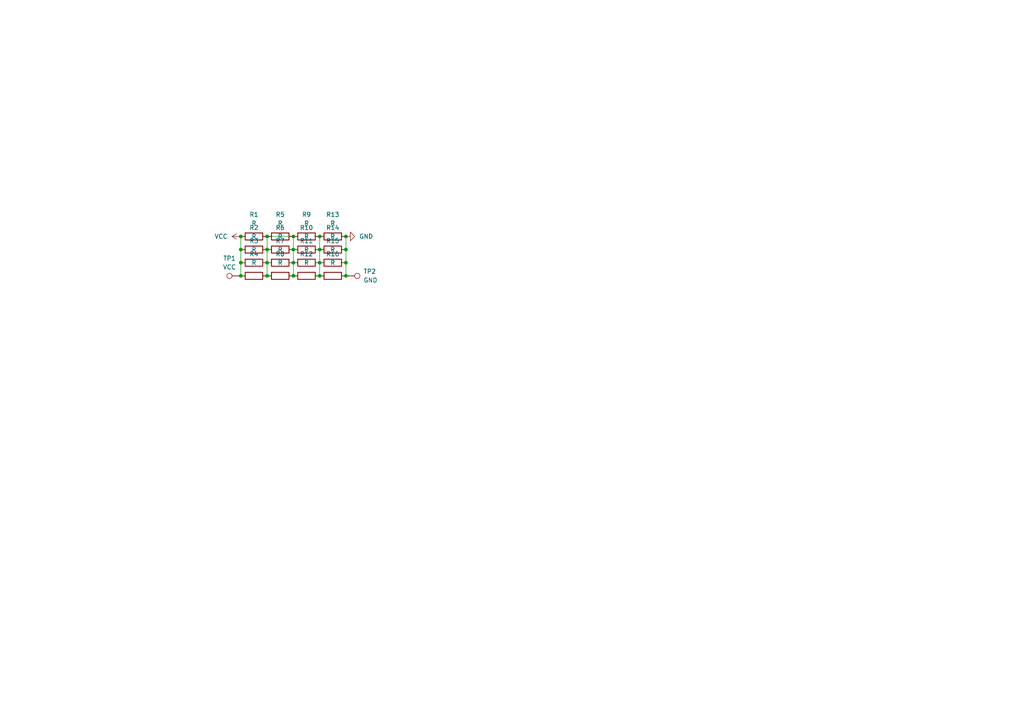
<source format=kicad_sch>
(kicad_sch (version 20230121) (generator eeschema)
  (paper "A4")
  (lib_symbols
    (symbol "Connector:TestPoint" (pin_numbers hide) (pin_names (offset 0.762) hide)
      (property "Reference" "TP" (at 0 6.858 0))
      (property "Value" "TestPoint" (at 0 5.08 0))
      (symbol "TestPoint_0_1"
        (circle (center 0 3.302) (radius 0.762))
      )
      (symbol "TestPoint_1_1"
        (pin passive line (at 0 0 90) (length 2.54) (name "1") (number "1"))
      )
    )
    (symbol "Device:R" (pin_numbers hide) (pin_names (offset 0))
      (property "Reference" "R" (at 2.032 0 90))
      (property "Value" "R" (at 0 0 90))
      (symbol "R_0_1"
        (rectangle (start -1.016 -2.54) (end 1.016 2.54) (stroke (width 0.254)))
      )
      (symbol "R_1_1"
        (pin passive line (at 0 3.81 270) (length 1.27) (name "~") (number "1"))
        (pin passive line (at 0 -3.81 90) (length 1.27) (name "~") (number "2"))
      )
    )
    (symbol "power:GND" (power) (pin_names (offset 0))
      (property "Value" "GND" (at 0 -3.81 0))
      (symbol "GND_0_1"
        (polyline (pts (xy 0 0) (xy 0 -1.27) (xy 1.27 -1.27) (xy 0 -2.54) (xy -1.27 -1.27) (xy 0 -1.27)))
      )
      (symbol "GND_1_1"
        (pin power_in line (at 0 0 270) (length 0) hide (name "GND") (number "1"))
      )
    )
    (symbol "power:VCC" (power) (pin_names (offset 0))
      (property "Value" "VCC" (at 0 3.81 0))
      (symbol "VCC_0_1"
        (polyline (pts (xy -0.762 1.27) (xy 0 2.54)))
        (polyline (pts (xy 0 0) (xy 0 2.54)))
        (polyline (pts (xy 0 2.54) (xy 0.762 1.27)))
      )
      (symbol "VCC_1_1"
        (pin power_in line (at 0 0 90) (length 0) hide (name "VCC") (number "1"))
      )
    )
  )
  (junction (at 85.09 80.01))
  (junction (at 77.47 72.39))
  (junction (at 92.71 80.01))
  (junction (at 92.71 72.39))
  (junction (at 77.47 76.2))
  (junction (at 100.33 68.58))
  (junction (at 69.85 68.58))
  (junction (at 77.47 80.01))
  (junction (at 69.85 72.39))
  (junction (at 100.33 76.2))
  (junction (at 85.09 68.58))
  (junction (at 85.09 72.39))
  (junction (at 92.71 68.58))
  (junction (at 92.71 76.2))
  (junction (at 69.85 80.01))
  (junction (at 85.09 76.2))
  (junction (at 69.85 76.2))
  (junction (at 100.33 72.39))
  (junction (at 100.33 80.01))
  (junction (at 77.47 68.58))
  (wire (pts (xy 92.71 72.39) (xy 92.71 76.2)))
  (wire (pts (xy 77.47 68.58) (xy 83.82 68.58)))
  (wire (pts (xy 85.09 72.39) (xy 85.09 76.2)))
  (wire (pts (xy 77.47 68.58) (xy 77.47 72.39)))
  (wire (pts (xy 100.33 68.58) (xy 100.33 72.39)))
  (wire (pts (xy 77.47 72.39) (xy 77.47 76.2)))
  (wire (pts (xy 92.71 76.2) (xy 92.71 80.01)))
  (wire (pts (xy 69.85 72.39) (xy 69.85 76.2)))
  (wire (pts (xy 100.33 72.39) (xy 100.33 76.2)))
  (wire (pts (xy 85.09 76.2) (xy 85.09 80.01)))
  (wire (pts (xy 85.09 68.58) (xy 85.09 72.39)))
  (wire (pts (xy 92.71 68.58) (xy 92.71 72.39)))
  (wire (pts (xy 69.85 68.58) (xy 69.85 72.39)))
  (wire (pts (xy 69.85 76.2) (xy 69.85 80.01)))
  (wire (pts (xy 77.47 76.2) (xy 77.47 80.01)))
  (wire (pts (xy 100.33 76.2) (xy 100.33 80.01)))
  (symbol (lib_id "Device:R") (at 73.66 68.58 90) (unit 1)
    (property "Reference" "R1" (at 73.66 62.23 90))
    (property "Value" "R" (at 73.66 64.77 90))
    (property "Footprint" "Resistor_SMD:R_01005_0402Metric" (effects hide))
  )
  (symbol (lib_id "Device:R") (at 81.28 76.2 90) (unit 1)
    (property "Reference" "R7" (at 81.28 69.85 90))
    (property "Value" "R" (at 81.28 72.39 90))
    (property "Footprint" "Resistor_SMD:R_01005_0402Metric" (effects hide))
  )
  (symbol (lib_id "Device:R") (at 73.66 72.39 90) (unit 1)
    (property "Reference" "R2" (at 73.66 66.04 90))
    (property "Value" "R" (at 73.66 68.58 90))
    (property "Footprint" "Resistor_SMD:R_01005_0402Metric" (effects hide))
  )
  (symbol (lib_id "power:GND") (at 100.33 68.58 90) (unit 1)
    (property "Reference" "#PWR02" (effects hide))
    (property "Value" "GND" (at 104.14 68.58 90) (effects (justify right)))
  )
  (symbol (lib_id "Device:R") (at 73.66 76.2 90) (unit 1)
    (property "Reference" "R3" (at 73.66 69.85 90))
    (property "Value" "R" (at 73.66 72.39 90))
    (property "Footprint" "Resistor_SMD:R_01005_0402Metric" (effects hide))
  )
  (symbol (lib_id "Device:R") (at 88.9 68.58 90) (unit 1)
    (property "Reference" "R9" (at 88.9 62.23 90))
    (property "Value" "R" (at 88.9 64.77 90))
    (property "Footprint" "Resistor_SMD:R_01005_0402Metric" (effects hide))
  )
  (symbol (lib_id "Device:R") (at 73.66 80.01 90) (unit 1)
    (property "Reference" "R4" (at 73.66 73.66 90))
    (property "Value" "R" (at 73.66 76.2 90))
    (property "Footprint" "Resistor_SMD:R_01005_0402Metric" (effects hide))
  )
  (symbol (lib_id "Device:R") (at 96.52 76.2 90) (unit 1)
    (property "Reference" "R15" (at 96.52 69.85 90))
    (property "Value" "R" (at 96.52 72.39 90))
    (property "Footprint" "Resistor_SMD:R_01005_0402Metric" (effects hide))
  )
  (symbol (lib_id "Device:R") (at 88.9 72.39 90) (unit 1)
    (property "Reference" "R10" (at 88.9 66.04 90))
    (property "Value" "R" (at 88.9 68.58 90))
    (property "Footprint" "Resistor_SMD:R_01005_0402Metric" (effects hide))
  )
  (symbol (lib_id "Device:R") (at 81.28 80.01 90) (unit 1)
    (property "Reference" "R8" (at 81.28 73.66 90))
    (property "Value" "R" (at 81.28 76.2 90))
    (property "Footprint" "Resistor_SMD:R_01005_0402Metric" (effects hide))
  )
  (symbol (lib_id "Device:R") (at 88.9 76.2 90) (unit 1)
    (property "Reference" "R11" (at 88.9 69.85 90))
    (property "Value" "R" (at 88.9 72.39 90))
    (property "Footprint" "Resistor_SMD:R_01005_0402Metric" (effects hide))
  )
  (symbol (lib_id "Connector:TestPoint") (at 69.85 80.01 90) (unit 1)
    (property "Reference" "TP1" (at 66.548 74.93 90))
    (property "Value" "VCC" (at 66.548 77.47 90))
    (property "Footprint" "TestPoint:TestPoint_Pad_1.0x1.0mm" (effects hide))
  )
  (symbol (lib_id "power:VCC") (at 69.85 68.58 90) (unit 1)
    (property "Reference" "#PWR01" (effects hide))
    (property "Value" "VCC" (at 66.04 68.58 90) (effects (justify left)))
  )
  (symbol (lib_id "Connector:TestPoint") (at 100.33 80.01 270) (unit 1)
    (property "Reference" "TP2" (at 105.41 78.74 90) (effects (justify left)))
    (property "Value" "GND" (at 105.41 81.28 90) (effects (justify left)))
    (property "Footprint" "TestPoint:TestPoint_Pad_1.0x1.0mm" (effects hide))
  )
  (symbol (lib_id "Device:R") (at 96.52 72.39 90) (unit 1)
    (property "Reference" "R14" (at 96.52 66.04 90))
    (property "Value" "R" (at 96.52 68.58 90))
    (property "Footprint" "Resistor_SMD:R_01005_0402Metric" (effects hide))
  )
  (symbol (lib_id "Device:R") (at 81.28 72.39 90) (unit 1)
    (property "Reference" "R6" (at 81.28 66.04 90))
    (property "Value" "R" (at 81.28 68.58 90))
    (property "Footprint" "Resistor_SMD:R_01005_0402Metric" (effects hide))
  )
  (symbol (lib_id "Device:R") (at 96.52 68.58 90) (unit 1)
    (property "Reference" "R13" (at 96.52 62.23 90))
    (property "Value" "R" (at 96.52 64.77 90))
    (property "Footprint" "Resistor_SMD:R_01005_0402Metric" (effects hide))
  )
  (symbol (lib_id "Device:R") (at 96.52 80.01 90) (unit 1)
    (property "Reference" "R16" (at 96.52 73.66 90))
    (property "Value" "R" (at 96.52 76.2 90))
    (property "Footprint" "Resistor_SMD:R_01005_0402Metric" (effects hide))
  )
  (symbol (lib_id "Device:R") (at 88.9 80.01 90) (unit 1)
    (property "Reference" "R12" (at 88.9 73.66 90))
    (property "Value" "R" (at 88.9 76.2 90))
    (property "Footprint" "Resistor_SMD:R_01005_0402Metric" (effects hide))
  )
  (symbol (lib_id "Device:R") (at 81.28 68.58 90) (unit 1)
    (property "Reference" "R5" (at 81.28 62.23 90))
    (property "Value" "R" (at 81.28 64.77 90))
    (property "Footprint" "Resistor_SMD:R_01005_0402Metric" (effects hide))
  )
)
</source>
